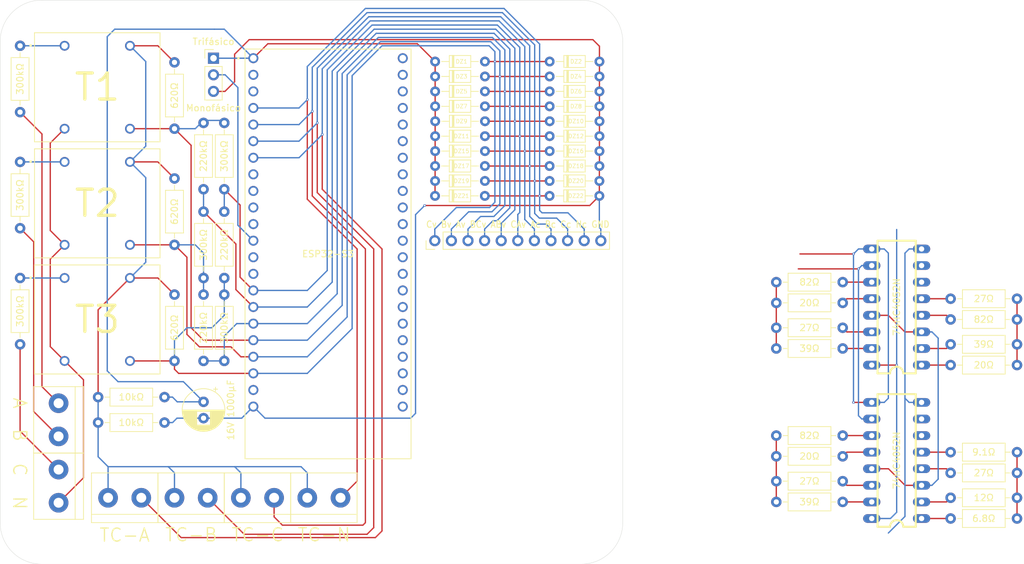
<source format=kicad_pcb>
(kicad_pcb (version 20221018) (generator pcbnew)
  (layers (0 "F.Cu" signal) (31 "B.Cu" signal) (34 "B.Paste" user) (35 "F.Paste" user) (36 "B.SilkS" user "B.Silkscreen") (37 "F.SilkS" user "F.Silkscreen") (38 "B.Mask" user) (39 "F.Mask" user) (44 "Edge.Cuts" user))
  (net 0 "")
  (net 1 "A Vwave")
  (net 2 "B Vwave")
  (net 3 "C Vwave")
  (net 4 "AB Vwave")
  (net 5 "CA Vwave")
  (net 6 "BC Vwave")
  (net 7 "Line B")
  (net 8 "Line A")
  (net 9 "Neutral")
  (net 10 "Line C")
  (net 11 "Net-(R3-Pad1)")
  (net 12 "Net-(R4-Pad1)")
  (net 13 "Net-(R5-Pad1)")
  (net 14 "Vcc")
  (net 15 "GND")
  (net 16 "A Cwave")
  (net 17 "B Cwave")
  (net 18 "C Cwave")
  (net 19 "N Cwave")
  (net 20 "Net-(U1-X0)")
  (net 21 "Net-(U1-Y0)")
  (net 22 "Net-(U2-X0)")
  (net 23 "Net-(U2-Y0)")
  (net 24 "Net-(U1-X1)")
  (net 25 "Net-(U1-Y1)")
  (net 26 "Net-(U2-X1)")
  (net 27 "Net-(U2-Y1)")
  (net 28 "Net-(U1-X2)")
  (net 29 "Net-(U1-Y2)")
  (net 30 "Net-(U2-X2)")
  (net 31 "Net-(U2-Y2)")
  (net 32 "Net-(U1-X3)")
  (net 33 "Net-(U1-Y3)")
  (net 34 "Net-(U2-X3)")
  (net 35 "Net-(U2-Y3)")
  (net 38 "Select C-B")
  (net 39 "Select C-A")
  (net 65 "System Type")
  (net 72 "TC A-2")
  (footprint "Resistor_THT:R_Axial_DIN0207_L6.3mm_D2.5mm_P10.16mm_Horizontal" (layer "F.Cu") (at 177.165 80.01 180)
    (fp_text reference "R20" hide)
    (fp_text value "27Ω" hide)
  )
  (footprint "Resistor_THT:R_Axial_DIN0207_L6.3mm_D2.5mm_P10.16mm_Horizontal" (layer "F.Cu") (at 177.165 83.185 180)
    (fp_text reference "R28" hide)
    (fp_text value "82Ω" hide)
  )
  (footprint "TerminalBlock:TerminalBlock_bornier-2_P5.08mm" (layer "F.Cu") (at 58.42 110.49)
    (fp_text reference "J5" hide)
    (fp_text value "KF301-2P" hide)
  )
  (footprint "Connector_PinHeader_2.54mm:PinHeader_1x11_P2.54mm_Vertical" (layer "F.Cu") (at 88.0872 71.12 90)
    (fp_text reference "P1" hide)
    (fp_text value "Pin Header 2.54mm 01x11" hide)
  )
  (footprint "Resistor_THT:R_Axial_DIN0207_L6.3mm_D2.5mm_P10.16mm_Horizontal" (layer "F.Cu") (at 52.705 76.835 90)
    (fp_text reference "R10" hide)
    (fp_text value "300kΩ" hide)
  )
  (footprint "Resistor_THT:R_Axial_DIN0207_L6.3mm_D2.5mm_P10.16mm_Horizontal" (layer "F.Cu") (at 24.638 76.835 -90)
    (fp_text reference "R5" hide)
    (fp_text value "300kΩ" hide)
  )
  (footprint "Diode_THT:D_DO-34_SOD68_P7.62mm_Horizontal" (layer "F.Cu") (at 88.138 48.26)
    (fp_text reference "DZ5" hide)
    (fp_text value "3.3V" hide)
  )
  (footprint "SnapEDA Library:XFMR_ZMPT101B" (layer "F.Cu") (at 36.449 47.625)
    (fp_text reference "T1")
    (fp_text value "ZMPT101B" hide)
  )
  (footprint "Resistor_THT:R_Axial_DIN0207_L6.3mm_D2.5mm_P10.16mm_Horizontal" (layer "F.Cu") (at 48.26 89.535 90)
    (fp_text reference "R8" hide)
    (fp_text value "620Ω" hide)
  )
  (footprint "SnapEDA Library:DIL16" (layer "F.Cu") (at 158.75 104.775 90)
    (property "VALUE" "74HC4052N")
    (fp_text reference "U2" hide)
    (fp_text value "74HC4052N")
  )
  (footprint "Resistor_THT:R_Axial_DIN0207_L6.3mm_D2.5mm_P10.16mm_Horizontal" (layer "F.Cu") (at 177.165 113.665 180)
    (fp_text reference "R18" hide)
    (fp_text value "6.8Ω" hide)
  )
  (footprint "Resistor_THT:R_Axial_DIN0207_L6.3mm_D2.5mm_P10.16mm_Horizontal" (layer "F.Cu") (at 140.335 111.125)
    (fp_text reference "R25" hide)
    (fp_text value "39Ω" hide)
  )
  (footprint "SnapEDA Library:DIL16" (layer "F.Cu") (at 158.75 81.28 90)
    (property "VALUE" "74HC4052N")
    (fp_text reference "U1" hide)
    (fp_text value "74HC4052N")
  )
  (footprint "Diode_THT:D_DO-34_SOD68_P7.62mm_Horizontal" (layer "F.Cu") (at 88.143 57.404)
    (fp_text reference "DZ15" hide)
    (fp_text value "3.3V" hide)
  )
  (footprint "Diode_THT:D_DO-34_SOD68_P7.62mm_Horizontal" (layer "F.Cu") (at 105.649 61.976)
    (fp_text reference "DZ20" hide)
    (fp_text value "3.3V" hide)
  )
  (footprint "Diode_THT:D_DO-34_SOD68_P7.62mm_Horizontal" (layer "F.Cu") (at 88.148 52.832)
    (fp_text reference "DZ9" hide)
    (fp_text value "3.3V" hide)
  )
  (footprint "Resistor_THT:R_Axial_DIN0207_L6.3mm_D2.5mm_P10.16mm_Horizontal" (layer "F.Cu") (at 140.335 84.455)
    (fp_text reference "R19" hide)
    (fp_text value "27Ω" hide)
  )
  (footprint "Diode_THT:D_DO-34_SOD68_P7.62mm_Horizontal" (layer "F.Cu") (at 88.138 43.688)
    (fp_text reference "DZ1" hide)
    (fp_text value "3.3V" hide)
  )
  (footprint "Resistor_THT:R_Axial_DIN0207_L6.3mm_D2.5mm_P10.16mm_Horizontal" (layer "F.Cu") (at 52.705 89.535 90)
    (fp_text reference "R11" hide)
    (fp_text value "220kΩ" hide)
  )
  (footprint "Capacitor_THT:CP_Radial_D6.3mm_P2.50mm" (layer "F.Cu") (at 52.705 95.798 -90)
    (fp_text reference "C1" hide)
    (fp_text value "16V 1000µF" hide)
  )
  (footprint "Diode_THT:D_DO-34_SOD68_P7.62mm_Horizontal" (layer "F.Cu") (at 105.664 52.832)
    (fp_text reference "DZ10" hide)
    (fp_text value "3.3V" hide)
  )
  (footprint "Resistor_THT:R_Axial_DIN0207_L6.3mm_D2.5mm_P10.16mm_Horizontal" (layer "F.Cu") (at 46.736 95.075379 180)
    (fp_text reference "R1" hide)
    (fp_text value "10kΩ" hide)
  )
  (footprint "Resistor_THT:R_Axial_DIN0207_L6.3mm_D2.5mm_P10.16mm_Horizontal" (layer "F.Cu") (at 177.165 103.505 180)
    (fp_text reference "R22" hide)
    (fp_text value "9.1Ω" hide)
  )
  (footprint "TerminalBlock:TerminalBlock_bornier-2_P5.08mm" (layer "F.Cu") (at 30.527 111.252 90)
    (fp_text reference "J2" hide)
    (fp_text value "KF301-2P" hide)
  )
  (footprint "Resistor_THT:R_Axial_DIN0207_L6.3mm_D2.5mm_P10.16mm_Horizontal" (layer "F.Cu") (at 36.576 98.972999)
    (fp_text reference "R2" hide)
    (fp_text value "10kΩ" hide)
  )
  (footprint "Diode_THT:D_DO-34_SOD68_P7.62mm_Horizontal" (layer "F.Cu") (at 105.659 57.404)
    (fp_text reference "DZ16" hide)
    (fp_text value "3.3V" hide)
  )
  (footprint "Resistor_THT:R_Axial_DIN0207_L6.3mm_D2.5mm_P10.16mm_Horizontal" (layer "F.Cu") (at 52.705 63.246 90)
    (fp_text reference "R9" hide)
    (fp_text value "220kΩ" hide)
  )
  (footprint "Diode_THT:D_DO-34_SOD68_P7.62mm_Horizontal" (layer "F.Cu") (at 88.138 45.974)
    (fp_text reference "DZ3" hide)
    (fp_text value "3.3V" hide)
  )
  (footprint "SnapEDA Library:XFMR_ZMPT101B" (layer "F.Cu") (at 36.449 65.405)
    (fp_text reference "T2")
    (fp_text value "ZMPT101B" hide)
  )
  (footprint "Diode_THT:D_DO-34_SOD68_P7.62mm_Horizontal" (layer "F.Cu") (at 88.133 61.976)
    (fp_text reference "DZ19" hide)
    (fp_text value "3.3V" hide)
  )
  (footprint "Connector_PinHeader_2.54mm:PinHeader_1x03_P2.54mm_Vertical" (layer "F.Cu") (at 54.229 43.18)
    (fp_text reference "SW1" hide)
    (fp_text value "SW_DPDT_x2" hide)
  )
  (footprint "Diode_THT:D_DO-34_SOD68_P7.62mm_Horizontal" (layer "F.Cu") (at 105.659 50.546)
    (fp_text reference "DZ8" hide)
    (fp_text value "3.3V" hide)
  )
  (footprint "Diode_THT:D_DO-34_SOD68_P7.62mm_Horizontal" (layer "F.Cu") (at 105.644 64.262)
    (fp_text reference "DZ22" hide)
    (fp_text value "3.3V" hide)
  )
  (footprint "Resistor_THT:R_Axial_DIN0207_L6.3mm_D2.5mm_P10.16mm_Horizontal" (layer "F.Cu") (at 140.335 104.14)
    (fp_text reference "R17" hide)
    (fp_text value "20Ω" hide)
  )
  (footprint "Diode_THT:D_DO-34_SOD68_P7.62mm_Horizontal" (layer "F.Cu") (at 88.123 64.262)
    (fp_text reference "DZ21" hide)
    (fp_text value "3.3V" hide)
  )
  (footprint "TerminalBlock:TerminalBlock_bornier-2_P5.08mm" (layer "F.Cu") (at 38.1 110.49)
    (fp_text reference "J3" hide)
    (fp_text value "KF301-2P" hide)
  )
  (footprint "Resistor_THT:R_Axial_DIN0207_L6.3mm_D2.5mm_P10.16mm_Horizontal" (layer "F.Cu") (at 140.335 100.965)
    (fp_text reference "R29" hide)
    (fp_text value "82Ω" hide)
  )
  (footprint "Resistor_THT:R_Axial_DIN0207_L6.3mm_D2.5mm_P10.16mm_Horizontal" (layer "F.Cu") (at 177.165 86.995 180)
    (fp_text reference "R24" hide)
    (fp_text value "39Ω" hide)
  )
  (footprint "Resistor_THT:R_Axial_DIN0207_L6.3mm_D2.5mm_P10.16mm_Horizontal" (layer "F.Cu") (at 24.638 41.275 -90)
    (fp_text reference "R3" hide)
    (fp_text value "300kΩ" hide)
  )
  (footprint "Diode_THT:D_DO-34_SOD68_P7.62mm_Horizontal" (layer "F.Cu") (at 88.138 55.118)
    (fp_text reference "DZ11" hide)
    (fp_text value "3.3V" hide)
  )
  (footprint "Diode_THT:D_DO-34_SOD68_P7.62mm_Horizontal" (layer "F.Cu") (at 88.138 50.546)
    (fp_text reference "DZ7" hide)
    (fp_text value "3.3V" hide)
  )
  (footprint "TerminalBlock:TerminalBlock_bornier-2_P5.08mm" (layer "F.Cu") (at 68.58 110.49)
    (fp_text reference "J6" hide)
    (fp_text value "KF301-2P" hide)
  )
  (footprint "Resistor_THT:R_Axial_DIN0207_L6.3mm_D2.5mm_P10.16mm_Horizontal" (layer "F.Cu") (at 48.26 71.755 90)
    (fp_text reference "R7" hide)
    (fp_text value "620Ω" hide)
  )
  (footprint "Resistor_THT:R_Axial_DIN0207_L6.3mm_D2.5mm_P10.16mm_Horizontal" (layer "F.Cu") (at 140.335 87.63)
    (fp_text reference "R23" hide)
    (fp_text value "39Ω" hide)
  )
  (footprint "Resistor_THT:R_Axial_DIN0207_L6.3mm_D2.5mm_P10.16mm_Horizontal" (layer "F.Cu") (at 55.88 79.375 -90)
    (fp_text reference "R12" hide)
    (fp_text value "300kΩ" hide)
  )
  (footprint "Diode_THT:D_DO-34_SOD68_P7.62mm_Horizontal" (layer "F.Cu") (at 105.659 48.26)
    (fp_text reference "DZ6" hide)
    (fp_text value "3.3V" hide)
  )
  (footprint "Diode_THT:D_DO-34_SOD68_P7.62mm_Horizontal" (layer "F.Cu") (at 105.659 45.974)
    (fp_text reference "DZ4" hide)
    (fp_text value "3.3V" hide)
  )
  (footprint "Resistor_THT:R_Axial_DIN0207_L6.3mm_D2.5mm_P10.16mm_Horizontal" (layer "F.Cu") (at 177.165 90.17 180)
    (fp_text reference "R16" hide)
    (fp_text value "20Ω" hide)
  )
  (footprint "Resistor_THT:R_Axial_DIN0207_L6.3mm_D2.5mm_P10.16mm_Horizontal" (layer "F.Cu") (at 140.335 80.645)
    (fp_text reference "R15" hide)
    (fp_text value "20Ω" hide)
  )
  (footprint "Resistor_THT:R_Axial_DIN0207_L6.3mm_D2.5mm_P10.16mm_Horizontal" (layer "F.Cu") (at 55.88 66.675 -90)
    (fp_text reference "R13" hide)
    (fp_text value "220kΩ" hide)
  )
  (footprint "Resistor_THT:R_Axial_DIN0207_L6.3mm_D2.5mm_P10.16mm_Horizontal" (layer "F.Cu") (at 24.638 59.055 -90)
    (fp_text reference "R4" hide)
    (fp_text value "300kΩ" hide)
  )
  (footprint "Resistor_THT:R_Axial_DIN0207_L6.3mm_D2.5mm_P10.16mm_Horizontal" (layer "F.Cu") (at 55.88 53.086 -90)
    (fp_text reference "R14" hide)
    (fp_text value "300kΩ" hide)
  )
  (footprint "TerminalBlock:TerminalBlock_bornier-2_P5.08mm" (layer "F.Cu") (at 30.527 101.092 90)
    (fp_text reference "J1" hide)
    (fp_text value "KF301-2P" hide)
  )
  (footprint "Diode_THT:D_DO-34_SOD68_P7.62mm_Horizontal" (layer "F.Cu") (at 105.649 59.69)
    (fp_text reference "DZ18" hide)
    (fp_text value "3.3V" hide)
  )
  (footprint "Diode_THT:D_DO-34_SOD68_P7.62mm_Horizontal" (layer "F.Cu") (at 105.659 55.118)
    (fp_text reference "DZ12" hide)
    (fp_text value "3.3V" hide)
  )
  (footprint "Diode_THT:D_DO-34_SOD68_P7.62mm_Horizontal" (layer "F.Cu") (at 105.659 43.688)
    (fp_text reference "DZ2" hide)
    (fp_text value "3.3V" hide)
  )
  (footprint "SnapEDA Library:XCVR_ESP32-S3-DEVKITC-1U-N8R2" (layer "F.Cu") (at 71.755 73.15)
    (fp_text reference "MCU1" hide)
    (fp_text value "ESP32-S3-DEVKITC-1U-N8R2" hide)
  )
  (footprint "TerminalBlock:TerminalBlock_bornier-2_P5.08mm" (layer "F.Cu") (at 48.26 110.49)
    (fp_text reference "J4" hide)
    (fp_text value "KF301-2P" hide)
  )
  (footprint "SnapEDA Library:XFMR_ZMPT101B" (layer "F.Cu") (at 36.449 83.185)
    (fp_text reference "T3")
    (fp_text value "ZMPT101B" hide)
  )
  (footprint "Diode_THT:D_DO-34_SOD68_P7.62mm_Horizontal" (layer "F.Cu") (at 88.133 59.69)
    (fp_text reference "DZ17" hide)
    (fp_text value "3.3V" hide)
  )
  (footprint "Resistor_THT:R_Axial_DIN0207_L6.3mm_D2.5mm_P10.16mm_Horizontal" (layer "F.Cu") (at 177.165 110.49 180)
    (fp_text reference "R26" hide)
    (fp_text value "12Ω" hide)
  )
  (footprint "Resistor_THT:R_Axial_DIN0207_L6.3mm_D2.5mm_P10.16mm_Horizontal" (layer "F.Cu") (at 140.335 77.47)
    (fp_text reference "R27" hide)
    (fp_text value "82Ω" hide)
  )
  (footprint "Resistor_THT:R_Axial_DIN0207_L6.3mm_D2.5mm_P10.16mm_Horizontal" (layer "F.Cu") (at 177.165 106.68 180)
    (fp_text reference "R30" hide)
    (fp_text value "27Ω" hide)
  )
  (footprint "Resistor_THT:R_Axial_DIN0207_L6.3mm_D2.5mm_P10.16mm_Horizontal" (layer "F.Cu") (at 48.26 53.975 90)
    (fp_text reference "R6" hide)
    (fp_text value "620Ω" hide)
  )
  (footprint "Resistor_THT:R_Axial_DIN0207_L6.3mm_D2.5mm_P10.16mm_Horizontal" (layer "F.Cu") (at 140.335 107.95)
    (fp_text reference "R21" hide)
    (fp_text value "27Ω" hide)
  )
  (gr_line (start 27.94 34.289998) (end 110.49 34.29) (stroke (width 0.05)) (layer "Edge.Cuts"))
  (gr_arc (start 27.94 120.650028) (mid 23.449862 118.790158) (end 21.59 114.300028) (stroke (width 0.05)) (layer "Edge.Cuts"))
  (gr_arc (start 21.59 40.639998) (mid 23.449873 36.149871) (end 27.94 34.289998) (stroke (width 0.05)) (layer "Edge.Cuts"))
  (gr_line (start 21.59 114.300028) (end 21.59 40.639998) (stroke (width 0.05)) (layer "Edge.Cuts"))
  (gr_line (start 116.84 114.300015) (end 116.84 40.639985) (stroke (width 0.05)) (layer "Edge.Cuts"))
  (gr_line (start 27.94 120.650028) (end 110.49 120.65003) (stroke (width 0.05)) (layer "Edge.Cuts"))
  (gr_arc (start 110.49 34.29) (mid 114.980128 36.149872) (end 116.84 40.64) (stroke (width 0.05)) (layer "Edge.Cuts"))
  (gr_arc (start 116.839997 114.299997) (mid 114.980126 118.790126) (end 110.489997 120.649997) (stroke (width 0.05)) (layer "Edge.Cuts"))
  (gr_text "A  B" (at 23.415 94.996 -90) (layer "F.SilkS") (effects (font (size 2 2) (thickness 0.2)) (justify left bottom)))
  (gr_text "C  N\n" (at 23.415 105.029 -90) (layer "F.SilkS") (effects (font (size 2 2) (thickness 0.2)) (justify left bottom)))
  (segment (start 98.806 48.26) (end 105.659 48.26) (width 0.2) (layer "F.Cu") (net 1))
  (segment (start 50.8 56.515) (end 50.8 84.455) (width 0.2) (layer "F.Cu") (net 1))
  (segment (start 52.705 86.36) (end 60.325 86.36) (width 0.2) (layer "F.Cu") (net 1))
  (segment (start 48.26 53.975) (end 50.8 56.515) (width 0.2) (layer "F.Cu") (net 1))
  (segment (start 95.758 48.26) (end 98.806 48.26) (width 0.2) (layer "F.Cu") (net 1))
  (segment (start 48.26 53.975) (end 41.449 53.975) (width 0.2) (layer "F.Cu") (net 1))
  (segment (start 50.8 84.455) (end 52.705 86.36) (width 0.2) (layer "F.Cu") (net 1))
  (via (at 98.806 48.26) (size 0.4) (drill 0.2) (layers "F.Cu" "B.Cu") (net 1))
  (segment (start 98.806 48.26) (end 98.806 41.91) (width 0.2) (layer "B.Cu") (net 1))
  (segment (start 97.1296 67.4116) (end 95.0976 67.4116) (width 0.2) (layer "B.Cu") (net 1))
  (segment (start 79.444315 40.005) (end 73.914 45.535315) (width 0.2) (layer "B.Cu") (net 1))
  (segment (start 98.806 41.91) (end 96.901 40.005) (width 0.2) (layer "B.Cu") (net 1))
  (segment (start 55.88 52.705) (end 52.705 52.705) (width 0.2) (layer "B.Cu") (net 1))
  (segment (start 68.58 86.36) (end 60.325 86.36) (width 0.2) (layer "B.Cu") (net 1))
  (segment (start 73.914 45.535315) (end 73.914 81.026) (width 0.2) (layer "B.Cu") (net 1))
  (segment (start 51.435 53.975) (end 52.705 52.705) (width 0.2) (layer "B.Cu") (net 1))
  (segment (start 73.914 81.026) (end 68.58 86.36) (width 0.2) (layer "B.Cu") (net 1))
  (segment (start 98.806 65.7352) (end 97.1296 67.4116) (width 0.2) (layer "B.Cu") (net 1))
  (segment (start 93.1672 69.342) (end 93.1672 71.12) (width 0.2) (layer "B.Cu") (net 1))
  (segment (start 96.901 40.005) (end 79.444315 40.005) (width 0.2) (layer "B.Cu") (net 1))
  (segment (start 95.0976 67.4116) (end 93.1672 69.342) (width 0.2) (layer "B.Cu") (net 1))
  (segment (start 48.26 53.975) (end 51.435 53.975) (width 0.2) (layer "B.Cu") (net 1))
  (segment (start 98.806 48.26) (end 98.806 65.7352) (width 0.2) (layer "B.Cu") (net 1))
  (segment (start 56.896 87.376) (end 58.42 88.9) (width 0.2) (layer "F.Cu") (net 2))
  (segment (start 98.044 45.974) (end 105.659 45.974) (width 0.2) (layer "F.Cu") (net 2))
  (segment (start 41.449 71.755) (end 48.26 71.755) (width 0.2) (layer "F.Cu") (net 2))
  (segment (start 52.07 87.376) (end 56.896 87.376) (width 0.2) (layer "F.Cu") (net 2))
  (segment (start 48.26 71.755) (end 50.165 73.66) (width 0.2) (layer "F.Cu") (net 2))
  (segment (start 95.758 45.974) (end 98.044 45.974) (width 0.2) (layer "F.Cu") (net 2))
  (segment (start 50.165 73.66) (end 50.165 85.471) (width 0.2) (layer "F.Cu") (net 2))
  (segment (start 58.42 88.9) (end 60.325 88.9) (width 0.2) (layer "F.Cu") (net 2))
  (segment (start 50.165 85.471) (end 52.07 87.376) (width 0.2) (layer "F.Cu") (net 2))
  (via (at 98.044 45.974) (size 0.4) (drill 0.2) (layers "F.Cu" "B.Cu") (net 2))
  (segment (start 48.26 71.755) (end 51.435 71.755) (width 0.2) (layer "B.Cu") (net 2))
  (segment (start 98.044 45.974) (end 98.044 42.037) (width 0.2) (layer "B.Cu") (net 2))
  (segment (start 90.6272 69.342) (end 90.6272 71.12) (width 0.2) (layer "B.Cu") (net 2))
  (segment (start 96.8248 66.7004) (end 93.2688 66.7004) (width 0.2) (layer "B.Cu") (net 2))
  (segment (start 52.705 73.025) (end 52.705 76.835) (width 0.2) (layer "B.Cu") (net 2))
  (segment (start 98.044 65.4812) (end 96.8248 66.7004) (width 0.2) (layer "B.Cu") (net 2))
  (segment (start 51.435 71.755) (end 52.705 73.025) (width 0.2) (layer "B.Cu") (net 2))
  (segment (start 74.676 45.72) (end 74.676 82.804) (width 0.2) (layer "B.Cu") (net 2))
  (segment (start 98.044 45.974) (end 98.044 65.4812) (width 0.2) (layer "B.Cu") (net 2))
  (segment (start 68.58 88.9) (end 60.325 88.9) (width 0.2) (layer "B.Cu") (net 2))
  (segment (start 52.705 76.835) (end 52.705 79.375) (width 0.2) (layer "B.Cu") (net 2))
  (segment (start 74.676 82.804) (end 68.58 88.9) (width 0.2) (layer "B.Cu") (net 2))
  (segment (start 96.647 40.64) (end 79.756 40.64) (width 0.2) (layer "B.Cu") (net 2))
  (segment (start 79.756 40.64) (end 74.676 45.72) (width 0.2) (layer "B.Cu") (net 2))
  (segment (start 98.044 42.037) (end 96.647 40.64) (width 0.2) (layer "B.Cu") (net 2))
  (segment (start 93.2688 66.7004) (end 90.6272 69.342) (width 0.2) (layer "B.Cu") (net 2))
  (segment (start 95.758 43.688) (end 97.282 43.688) (width 0.2) (layer "F.Cu") (net 3))
  (segment (start 97.282 43.688) (end 105.659 43.688) (width 0.2) (layer "F.Cu") (net 3))
  (segment (start 48.26 89.535) (end 48.26 90.805) (width 0.2) (layer "F.Cu") (net 3))
  (segment (start 41.449 89.535) (end 48.26 89.535) (width 0.2) (layer "F.Cu") (net 3))
  (segment (start 48.26 90.805) (end 48.895 91.44) (width 0.2) (layer "F.Cu") (net 3))
  (segment (start 48.895 91.44) (end 60.325 91.44) (width 0.2) (layer "F.Cu") (net 3))
  (via (at 97.282 43.688) (size 0.4) (drill 0.2) (layers "F.Cu" "B.Cu") (net 3))
  (segment (start 88.0872 69.342) (end 88.0872 71.12) (width 0.2) (layer "B.Cu") (net 3))
  (segment (start 97.282 65.2272) (end 96.4692 66.04) (width 0.2) (layer "B.Cu") (net 3))
  (segment (start 75.438 45.847) (end 75.438 84.582) (width 0.2) (layer "B.Cu") (net 3))
  (segment (start 80.01 41.275) (end 75.438 45.847) (width 0.2) (layer "B.Cu") (net 3))
  (segment (start 48.26 89.535) (end 48.26 86.36) (width 0.2) (layer "B.Cu") (net 3))
  (segment (start 97.282 43.688) (end 97.282 65.2272) (width 0.2) (layer "B.Cu") (net 3))
  (segment (start 96.4692 66.04) (end 91.3892 66.04) (width 0.2) (layer "B.Cu") (net 3))
  (segment (start 55.88 82.55) (end 55.88 79.375) (width 0.2) (layer "B.Cu") (net 3))
  (segment (start 53.975 84.455) (end 55.88 82.55) (width 0.2) (layer "B.Cu") (net 3))
  (segment (start 97.282 43.688) (end 97.282 42.164) (width 0.2) (layer "B.Cu") (net 3))
  (segment (start 68.58 91.44) (end 60.325 91.44) (width 0.2) (layer "B.Cu") (net 3))
  (segment (start 50.165 84.455) (end 53.975 84.455) (width 0.2) (layer "B.Cu") (net 3))
  (segment (start 96.393 41.275) (end 80.01 41.275) (width 0.2) (layer "B.Cu") (net 3))
  (segment (start 55.88 79.375) (end 55.88 76.835) (width 0.2) (layer "B.Cu") (net 3))
  (segment (start 48.26 86.36) (end 50.165 84.455) (width 0.2) (layer "B.Cu") (net 3))
  (segment (start 75.438 84.582) (end 68.58 91.44) (width 0.2) (layer "B.Cu") (net 3))
  (segment (start 91.3892 66.04) (end 88.0872 69.342) (width 0.2) (layer "B.Cu") (net 3))
  (segment (start 97.282 42.164) (end 96.393 41.275) (width 0.2) (layer "B.Cu") (net 3))
  (segment (start 95.768 52.832) (end 100.335 52.832) (width 0.2) (layer "F.Cu") (net 4))
  (segment (start 52.705 66.675) (end 57.658 71.628) (width 0.2) (layer "F.Cu") (net 4))
  (segment (start 100.335 52.832) (end 105.664 52.832) (width 0.2) (layer "F.Cu") (net 4))
  (segment (start 57.658 78.613) (end 60.325 81.28) (width 0.2) (layer "F.Cu") (net 4))
  (segment (start 57.658 71.628) (end 57.658 78.613) (width 0.2) (layer "F.Cu") (net 4))
  (via (at 100.335 52.832) (size 0.4) (drill 0.2) (layers "F.Cu" "B.Cu") (net 4))
  (segment (start 98.2472 68.4784) (end 98.2472 71.12) (width 0.2) (layer "B.Cu") (net 4))
  (segment (start 100.335 41.661) (end 97.409 38.735) (width 0.2) (layer "B.Cu") (net 4))
  (segment (start 100.335 66.3906) (end 98.2472 68.4784) (width 0.2) (layer "B.Cu") (net 4))
  (segment (start 52.705 62.865) (end 52.705 66.04) (width 0.2) (layer "B.Cu") (net 4))
  (segment (start 68.58 81.28) (end 60.325 81.28) (width 0.2) (layer "B.Cu") (net 4))
  (segment (start 78.809314 38.735) (end 72.39 45.154314) (width 0.2) (layer "B.Cu") (net 4))
  (segment (start 97.409 38.735) (end 78.809314 38.735) (width 0.2) (layer "B.Cu") (net 4))
  (segment (start 100.335 52.832) (end 100.335 66.3906) (width 0.2) (layer "B.Cu") (net 4))
  (segment (start 100.335 52.832) (end 100.335 41.661) (width 0.2) (layer "B.Cu") (net 4))
  (segment (start 72.39 77.47) (end 68.58 81.28) (width 0.2) (layer "B.Cu") (net 4))
  (segment (start 72.39 45.154314) (end 72.39 77.47) (width 0.2) (layer "B.Cu") (net 4))
  (segment (start 58.293 65.659) (end 58.293 76.708) (width 0.2) (layer "F.Cu") (net 5))
  (segment (start 58.293 76.708) (end 60.325 78.74) (width 0.2) (layer "F.Cu") (net 5))
  (segment (start 55.88 63.246) (end 58.293 65.659) (width 0.2) (layer "F.Cu") (net 5))
  (segment (start 95.758 55.118) (end 101.092 55.118) (width 0.2) (layer "F.Cu") (net 5))
  (segment (start 101.092 55.118) (end 105.659 55.118) (width 0.2) (layer "F.Cu") (net 5))
  (via (at 101.092 55.118) (size 0.4) (drill 0.2) (layers "F.Cu" "B.Cu") (net 5))
  (segment (start 78.486 38.1) (end 97.663 38.1) (width 0.2) (layer "B.Cu") (net 5))
  (segment (start 71.628 44.958) (end 78.486 38.1) (width 0.2) (layer "B.Cu") (net 5))
  (segment (start 55.88 62.865) (end 55.88 66.675) (width 0.2) (layer "B.Cu") (net 5))
  (segment (start 101.092 66.802) (end 100.7872 67.1068) (width 0.2) (layer "B.Cu") (net 5))
  (segment (start 71.628 75.692) (end 71.628 44.958) (width 0.2) (layer "B.Cu") (net 5))
  (segment (start 100.7872 67.1068) (end 100.7872 71.12) (width 0.2) (layer "B.Cu") (net 5))
  (segment (start 68.58 78.74) (end 71.628 75.692) (width 0.2) (layer "B.Cu") (net 5))
  (segment (start 97.663 38.1) (end 101.092 41.529) (width 0.2) (layer "B.Cu") (net 5))
  (segment (start 101.092 55.118) (end 101.092 66.802) (width 0.2) (layer "B.Cu") (net 5))
  (segment (start 60.325 78.74) (end 68.58 78.74) (width 0.2) (layer "B.Cu") (net 5))
  (segment (start 101.092 41.529) (end 101.092 55.118) (width 0.2) (layer "B.Cu") (net 5))
  (segment (start 99.568 50.546) (end 105.659 50.546) (width 0.2) (layer "F.Cu") (net 6))
  (segment (start 95.758 50.546) (end 99.568 50.546) (width 0.2) (layer "F.Cu") (net 6))
  (via (at 99.568 50.546) (size 0.4) (drill 0.2) (layers "F.Cu" "B.Cu") (net 6))
  (segment (start 99.568 66.0908) (end 97.5868 68.072) (width 0.2) (layer "B.Cu") (net 6))
  (segment (start 60.325 83.82) (end 68.58 83.82) (width 0.2) (layer "B.Cu") (net 6))
  (segment (start 73.152 45.339) (end 79.121 39.37) (width 0.2) (layer "B.Cu") (net 6))
  (segment (start 95.7072 69.342) (end 95.7072 71.12) (width 0.2) (layer "B.Cu") (net 6))
  (segment (start 68.58 83.82) (end 73.152 79.248) (width 0.2) (layer "B.Cu") (net 6))
  (segment (start 99.568 41.783) (end 99.568 50.546) (width 0.2) (layer "B.Cu") (net 6))
  (segment (start 73.152 79.248) (end 73.152 45.339) (width 0.2) (layer "B.Cu") (net 6))
  (segment (start 79.121 39.37) (end 97.155 39.37) (width 0.2) (layer "B.Cu") (net 6))
  (segment (start 55.88 85.725) (end 57.785 83.82) (width 0.2) (layer "B.Cu") (net 6))
  (segment (start 55.88 89.535) (end 52.705 89.535) (width 0.2) (layer "B.Cu") (net 6))
  (segment (start 57.785 83.82) (end 60.325 83.82) (width 0.2) (layer "B.Cu") (net 6))
  (segment (start 55.88 89.535) (end 55.88 85.725) (width 0.2) (layer "B.Cu") (net 6))
  (segment (start 97.155 39.37) (end 99.568 41.783) (width 0.2) (layer "B.Cu") (net 6))
  (segment (start 97.5868 68.072) (end 96.9772 68.072) (width 0.2) (layer "B.Cu") (net 6))
  (segment (start 99.568 50.546) (end 99.568 66.0908) (width 0.2) (layer "B.Cu") (net 6))
  (segment (start 96.9772 68.072) (end 95.7072 69.342) (width 0.2) (layer "B.Cu") (net 6))
  (segment (start 26.717 97.282) (end 26.717 71.294) (width 0.2) (layer "F.Cu") (net 7))
  (segment (start 30.527 101.092) (end 26.717 97.282) (width 0.2) (layer "F.Cu") (net 7))
  (segment (start 26.717 71.294) (end 24.638 69.215) (width 0.2) (layer "F.Cu") (net 7))
  (segment (start 27.987 93.472) (end 27.987 54.784) (width 0.2) (layer "F.Cu") (net 8))
  (segment (start 27.987 54.784) (end 24.638 51.435) (width 0.2) (layer "F.Cu") (net 8))
  (segment (start 30.527 96.012) (end 27.987 93.472) (width 0.2) (layer "F.Cu") (net 8))
  (segment (start 29.257 56.167) (end 31.449 53.975) (width 0.2) (layer "F.Cu") (net 9))
  (segment (start 34.337 107.442) (end 34.337 92.423) (width 0.2) (layer "F.Cu") (net 9))
  (segment (start 29.257 69.563) (end 29.257 56.167) (width 0.2) (layer "F.Cu") (net 9))
  (segment (start 31.449 71.755) (end 29.257 69.563) (width 0.2) (layer "F.Cu") (net 9))
  (segment (start 31.449 89.535) (end 29.257 87.343) (width 0.2) (layer "F.Cu") (net 9))
  (segment (start 34.337 92.423) (end 31.449 89.535) (width 0.2) (layer "F.Cu") (net 9))
  (segment (start 30.527 111.252) (end 34.337 107.442) (width 0.2) (layer "F.Cu") (net 9))
  (segment (start 29.257 73.947) (end 31.449 71.755) (width 0.2) (layer "F.Cu") (net 9))
  (segment (start 29.257 87.343) (end 29.257 73.947) (width 0.2) (layer "F.Cu") (net 9))
  (segment (start 24.638 100.283) (end 24.638 86.995) (width 0.2) (layer "F.Cu") (net 10))
  (segment (start 30.527 106.172) (end 24.638 100.283) (width 0.2) (layer "F.Cu") (net 10))
  (segment (start 24.638 41.275) (end 31.449 41.275) (width 0.2) (layer "B.Cu") (net 11))
  (segment (start 24.638 59.055) (end 31.449 59.055) (width 0.2) (layer "B.Cu") (net 12))
  (segment (start 24.638 76.835) (end 31.449 76.835) (width 0.2) (layer "B.Cu") (net 13))
  (segment (start 88.138 55.118) (end 88.138 52.842) (width 0.2) (layer "F.Cu") (net 14))
  (segment (start 88.138 52.842) (end 88.148 52.832) (width 0.2) (layer "F.Cu") (net 14))
  (segment (start 88.138 45.974) (end 88.138 43.688) (width 0.2) (layer "F.Cu") (net 14))
  (segment (start 62.5348 40.9702) (end 85.4202 40.9702) (width 0.2) (layer "F.Cu") (net 14))
  (segment (start 158.7495 90.17) (end 154.94 90.17) (width 0.2) (layer "F.Cu") (net 14))
  (segment (start 88.123 64.262) (end 88.123 61.986) (width 0.2) (layer "F.Cu") (net 14))
  (segment (start 85.4202 40.9702) (end 88.138 43.688) (width 0.2) (layer "F.Cu") (net 14))
  (segment (start 88.138 48.26) (end 88.138 45.974) (width 0.2) (layer "F.Cu") (net 14))
  (segment (start 88.138 57.399) (end 88.143 57.404) (width 0.2) (layer "F.Cu") (net 14))
  (segment (start 88.123 61.986) (end 88.133 61.976) (width 0.2) (layer "F.Cu") (net 14))
  (segment (start 88.133 57.414) (end 88.143 57.404) (width 0.2) (layer "F.Cu") (net 14))
  (segment (start 158.75 90.1705) (end 158.7495 90.17) (width 0.2) (layer "F.Cu") (net 14))
  (segment (start 88.133 59.69) (end 88.133 57.414) (width 0.2) (layer "F.Cu") (net 14))
  (segment (start 88.138 55.118) (end 88.138 57.399) (width 0.2) (layer "F.Cu") (net 14))
  (segment (start 88.133 61.976) (end 88.133 59.69) (width 0.2) (layer "F.Cu") (net 14))
  (segment (start 88.148 52.832) (end 88.148 50.556) (width 0.2) (layer "F.Cu") (net 14))
  (segment (start 88.148 50.556) (end 88.138 50.546) (width 0.2) (layer "F.Cu") (net 14))
  (segment (start 60.325 43.18) (end 62.5348 40.9702) (width 0.2) (layer "F.Cu") (net 14))
  (segment (start 88.138 50.546) (end 88.138 48.26) (width 0.2) (layer "F.Cu") (net 14))
  (via (at 158.75 90.1705) (size 0.4) (drill 0.2) (layers "F.Cu" "B.Cu") (net 14))
  (segment (start 48.681 95.798) (end 52.705 95.798) (width 0.2) (layer "B.Cu") (net 14))
  (segment (start 158.75 90.1827) (end 158.75 112.7125) (width 0.2) (layer "B.Cu") (net 14))
  (segment (start 49.617 92.71) (end 52.705 95.798) (width 0.2) (layer "B.Cu") (net 14))
  (segment (start 60.325 43.18) (end 54.229 43.18) (width 0.2) (layer "B.Cu") (net 14))
  (segment (start 47.958379 95.075379) (end 48.681 95.798) (width 0.2) (layer "B.Cu") (net 14))
  (segment (start 158.75 112.7125) (end 157.7975 113.665) (width 0.2) (layer "B.Cu") (net 14))
  (segment (start 37.973 39.878) (end 37.973 91.059) (width 0.2) (layer "B.Cu") (net 14))
  (segment (start 157.7975 113.665) (end 154.94 113.665) (width 0.2) (layer "B.Cu") (net 14))
  (segment (start 46.736 95.075379) (end 47.958379 95.075379) (width 0.2) (layer "B.Cu") (net 14))
  (segment (start 55.88 38.735) (end 54.356 38.735) (width 0.2) (layer "B.Cu") (net 14))
  (segment (start 39.116 38.735) (end 37.973 39.878) (width 0.2) (layer "B.Cu") (net 14))
  (segment (start 60.325 43.18) (end 55.88 38.735) (width 0.2) (layer "B.Cu") (net 14))
  (segment (start 39.624 92.71) (end 49.617 92.71) (width 0.2) (layer "B.Cu") (net 14))
  (segment (start 37.973 91.059) (end 39.624 92.71) (width 0.2) (layer "B.Cu") (net 14))
  (segment (start 158.75 90.1705) (end 158.75 69.4055) (width 0.2) (layer "B.Cu") (net 14))
  (segment (start 54.356 38.735) (end 39.116 38.735) (width 0.2) (layer "B.Cu") (net 14))
  (segment (start 59.69 40.3352) (end 57.4548 42.5704) (width 0.2) (layer "F.Cu") (net 15))
  (segment (start 113.279 52.837) (end 113.284 52.832) (width 0.2) (layer "F.Cu") (net 15))
  (segment (start 55.9816 48.26) (end 54.229 48.26) (width 0.2) (layer "F.Cu") (net 15))
  (segment (start 113.279 57.404) (end 113.279 56.139) (width 0.2) (layer "F.Cu") (net 15))
  (segment (start 113.279 56.139) (end 113.284 56.134) (width 0.2) (layer "F.Cu") (net 15))
  (segment (start 113.279 59.68) (end 113.269 59.69) (width 0.2) (layer "F.Cu") (net 15))
  (segment (start 113.269 61.976) (end 113.269 59.69) (width 0.2) (layer "F.Cu") (net 15))
  (segment (start 113.279 50.546) (end 113.279 48.26) (width 0.2) (layer "F.Cu") (net 15))
  (segment (start 112.268 40.3352) (end 59.69 40.3352) (width 0.2) (layer "F.Cu") (net 15))
  (segment (start 113.264 64.262) (end 111.7908 65.7352) (width 0.2) (layer "F.Cu") (net 15))
  (segment (start 113.284 52.832) (end 113.284 50.551) (width 0.2) (layer "F.Cu") (net 15))
  (segment (start 113.279 45.974) (end 113.279 43.688) (width 0.2) (layer "F.Cu") (net 15))
  (segment (start 111.7908 65.7352) (end 86.5378 65.7352) (width 0.2) (layer "F.Cu") (net 15))
  (segment (start 113.264 61.981) (end 113.269 61.976) (width 0.2) (layer "F.Cu") (net 15))
  (segment (start 113.284 56.134) (end 113.279 56.129) (width 0.2) (layer "F.Cu") (net 15))
  (segment (start 57.4548 46.7868) (end 55.9816 48.26) (width 0.2) (layer "F.Cu") (net 15))
  (segment (start 113.264 64.262) (end 113.264 61.981) (width 0.2) (layer "F.Cu") (net 15))
  (segment (start 113.279 48.26) (end 113.279 45.974) (width 0.2) (layer "F.Cu") (net 15))
  (segment (start 57.4548 42.5704) (end 57.4548 46.7868) (width 0.2) (layer "F.Cu") (net 15))
  (segment (start 113.279 41.3462) (end 112.268 40.3352) (width 0.2) (layer "F.Cu") (net 15))
  (segment (start 113.279 56.129) (end 113.279 55.118) (width 0.2) (layer "F.Cu") (net 15))
  (segment (start 113.284 50.551) (end 113.279 50.546) (width 0.2) (layer "F.Cu") (net 15))
  (segment (start 113.279 43.688) (end 113.279 41.3462) (width 0.2) (layer "F.Cu") (net 15))
  (segment (start 113.279 55.118) (end 113.279 52.837) (width 0.2) (layer "F.Cu") (net 15))
  (segment (start 113.279 57.404) (end 113.279 59.68) (width 0.2) (layer "F.Cu") (net 15))
  (via (at 86.5378 65.7352) (size 0.4) (drill 0.2) (layers "F.Cu" "B.Cu") (net 15))
  (segment (start 86.5378 65.7352) (end 85.1408 67.1322) (width 0.2) (layer "B.Cu") (net 15))
  (segment (start 160.02 95.25) (end 160.02 113.3475) (width 0.2) (layer "B.Cu") (net 15))
  (segment (start 46.736 98.972999) (end 47.966001 98.972999) (width 0.2) (layer "B.Cu") (net 15))
  (segment (start 52.705 98.298) (end 58.547 98.298) (width 0.2) (layer "B.Cu") (net 15))
  (segment (start 62.103 98.298) (end 60.325 96.52) (width 0.2) (layer "B.Cu") (net 15))
  (segment (start 58.547 98.298) (end 60.325 96.52) (width 0.2) (layer "B.Cu") (net 15))
  (segment (start 160.02 95.25) (end 160.655 95.885) (width 0.2) (layer "B.Cu") (net 15))
  (segment (start 47.966001 98.972999) (end 48.641 98.298) (width 0.2) (layer "B.Cu") (net 15))
  (segment (start 160.02 113.3475) (end 157.48 115.8875) (width 0.2) (layer "B.Cu") (net 15))
  (segment (start 160.655 95.885) (end 162.56 95.885) (width 0.2) (layer "B.Cu") (net 15))
  (segment (start 160.655 72.39) (end 160.02 73.025) (width 0.2) (layer "B.Cu") (net 15))
  (segment (start 162.56 72.39) (end 160.655 72.39) (width 0.2) (layer "B.Cu") (net 15))
  (segment (start 113.264 64.262) (end 113.264 69.1188) (width 0.2) (layer "B.Cu") (net 15))
  (segment (start 84.4042 98.298) (end 62.103 98.298) (width 0.2) (layer "B.Cu") (net 15))
  (segment (start 113.264 69.1188) (end 113.4872 69.342) (width 0.2) (layer "B.Cu") (net 15))
  (segment (start 85.1408 67.1322) (end 85.1408 97.5614) (width 0.2) (layer "B.Cu") (net 15))
  (segment (start 48.641 98.298) (end 52.705 98.298) (width 0.2) (layer "B.Cu") (net 15))
  (segment (start 85.1408 97.5614) (end 84.4042 98.298) (width 0.2) (layer "B.Cu") (net 15))
  (segment (start 160.02 73.025) (end 160.02 95.25) (width 0.2) (layer "B.Cu") (net 15))
  (segment (start 113.4872 69.342) (end 113.4872 71.12) (width 0.2) (layer "B.Cu") (net 15))
  (segment (start 80.01 115.57) (end 80.01 72.39) (width 0.2) (layer "F.Cu") (net 16))
  (segment (start 80.01 72.39) (end 70.866 63.246) (width 0.2) (layer "F.Cu") (net 16))
  (segment (start 140.335 80.645) (end 140.335 84.455) (width 0.2) (layer "F.Cu") (net 16))
  (segment (start 105.659 57.404) (end 101.854 57.404) (width 0.2) (layer "F.Cu") (net 16))
  (segment (start 140.335 84.455) (end 140.335 87.63) (width 0.2) (layer "F.Cu") (net 16))
  (segment (start 140.335 77.47) (end 140.335 80.645) (width 0.2) (layer "F.Cu") (net 16))
  (segment (start 70.866 63.246) (end 70.866 54.864) (width 0.2) (layer "F.Cu") (net 16))
  (segment (start 49.276 116.586) (end 78.994 116.586) (width 0.2) (layer "F.Cu") (net 16))
  (segment (start 43.18 110.49) (end 49.276 116.586) (width 0.2) (layer "F.Cu") (net 16))
  (segment (start 95.763 57.404) (end 101.854 57.404) (width 0.2) (layer "F.Cu") (net 16))
  (segment (start 78.994 116.586) (end 80.01 115.57) (width 0.2) (layer "F.Cu") (net 16))
  (via (at 70.866 54.864) (size 0.4) (drill 0.2) (layers "F.Cu" "B.Cu") (net 16))
  (via (at 101.854 57.404) (size 0.4) (drill 0.2) (layers "F.Cu" "B.Cu") (net 16))
  (segment (start 78.203157 37.465) (end 70.866 44.802157) (width 0.2) (layer "B.Cu") (net 16))
  (segment (start 101.854 57.404) (end 101.854 67.8688) (width 0.2) (layer "B.Cu") (net 16))
  (segment (start 97.917 37.465) (end 78.203157 37.465) (width 0.2) (layer "B.Cu") (net 16))
  (segment (start 67.31 58.42) (end 60.325 58.42) (width 0.2) (layer "B.Cu") (net 16))
  (segment (start 101.854 67.8688) (end 103.3272 69.342) (width 0.2) (layer "B.Cu") (net 16))
  (segment (start 101.854 57.404) (end 101.854 41.402) (width 0.2) (layer "B.Cu") (net 16))
  (segment (start 101.854 41.402) (end 97.917 37.465) (width 0.2) (layer "B.Cu") (net 16))
  (segment (start 70.866 54.864) (end 67.31 58.42) (width 0.2) (layer "B.Cu") (net 16))
  (segment (start 70.866 44.802157) (end 70.866 54.864) (width 0.2) (layer "B.Cu") (net 16))
  (segment (start 103.3272 69.342) (end 103.3272 71.12) (width 0.2) (layer "B.Cu") (net 16))
  (segment (start 70.104 63.754) (end 70.104 53.086) (width 0.2) (layer "F.Cu") (net 17))
  (segment (start 77.724 116.078) (end 78.74 115.062) (width 0.2) (layer "F.Cu") (net 17))
  (segment (start 177.165 86.995) (end 177.165 90.17) (width 0.2) (layer "F.Cu") (net 17))
  (segment (start 78.74 72.39) (end 70.104 63.754) (width 0.2) (layer "F.Cu") (net 17))
  (segment (start 102.606 59.69) (end 105.649 59.69) (width 0.2) (layer "F.Cu") (net 17))
  (segment (start 53.34 110.49) (end 58.928 116.078) (width 0.2) (layer "F.Cu") (net 17))
  (segment (start 78.74 115.062) (end 78.74 72.39) (width 0.2) (layer "F.Cu") (net 17))
  (segment (start 177.165 83.185) (end 177.165 86.995) (width 0.2) (layer "F.Cu") (net 17))
  (segment (start 95.753 59.69) (end 102.606 59.69) (width 0.2) (layer "F.Cu") (net 17))
  (segment (start 58.928 116.078) (end 77.724 116.078) (width 0.2) (layer "F.Cu") (net 17))
  (segment (start 177.165 80.01) (end 177.165 83.185) (width 0.2) (layer "F.Cu") (net 17))
  (via (at 70.104 53.086) (size 0.4) (drill 0.2) (layers "F.Cu" "B.Cu") (net 17))
  (via (at 102.606 59.69) (size 0.4) (drill 0.2) (layers "F.Cu" "B.Cu") (net 17))
  (segment (start 67.31 55.88) (end 60.325 55.88) (width 0.2) (layer "B.Cu") (net 17))
  (segment (start 70.104 44.704) (end 70.104 53.086) (width 0.2) (layer "B.Cu") (net 17))
  (segment (start 102.606 59.69) (end 102.606 67.4016) (width 0.2) (layer "B.Cu") (net 17))
  (segment (start 98.171 36.83) (end 77.978 36.83) (width 0.2) (layer "B.Cu") (net 17))
  (segment (start 70.104 53.086) (end 67.31 55.88) (width 0.2) (layer "B.Cu") (net 17))
  (segment (start 105.8672 69.342) (end 105.8672 71.12) (width 0.2) (layer "B.Cu") (net 17))
  (segment (start 103.7844 68.58) (end 105.1052 68.58) (width 0.2) (layer "B.Cu") (net 17))
  (segment (start 102.606 67.4016) (end 103.7844 68.58) (width 0.2) (layer "B.Cu") (net 17))
  (segment (start 102.606 41.265) (end 98.171 36.83) (width 0.2) (layer "B.Cu") (net 17))
  (segment (start 77.978 36.83) (end 70.104 44.704) (width 0.2) (layer "B.Cu") (net 17))
  (segment (start 102.606 59.69) (end 102.606 41.265) (width 0.2) (layer "B.Cu") (net 17))
  (segment (start 105.1052 68.58) (end 105.8672 69.342) (width 0.2) (layer "B.Cu") (net 17))
  (segment (start 140.335 104.14) (end 140.335 107.95) (width 0.2) (layer "F.Cu") (net 18))
  (segment (start 77.47 114.3) (end 77.47 72.39) (width 0.2) (layer "F.Cu") (net 18))
  (segment (start 103.368 61.976) (end 105.649 61.976) (width 0.2) (layer "F.Cu") (net 18))
  (segment (start 63.5 113.411) (end 64.77 114.681) (width 0.2) (layer "F.Cu") (net 18))
  (segment (start 77.47 72.39) (end 69.342 64.262) (width 0.2) (layer "F.Cu") (net 18))
  (segment (start 63.5 110.49) (end 63.5 113.411) (width 0.2) (layer "F.Cu") (net 18))
  (segment (start 103.368 61.976) (end 95.753 61.976) (width 0.2) (layer "F.Cu") (net 18))
  (segment (start 140.335 107.95) (end 140.335 111.125) (width 0.2) (layer "F.Cu") (net 18))
  (segment (start 140.335 100.965) (end 140.335 104.14) (width 0.2) (layer "F.Cu") (net 18))
  (segment (start 69.342 64.262) (end 69.342 51.308) (width 0.2) (layer "F.Cu") (net 18))
  (segment (start 77.089 114.681) (end 77.47 114.3) (width 0.2) (layer "F.Cu") (net 18))
  (segment (start 64.77 114.681) (end 77.089 114.681) (width 0.2) (layer "F.Cu") (net 18))
  (via (at 69.342 51.308) (size 0.4) (drill 0.2) (layers "F.Cu" "B.Cu") (net 18))
  (via (at 103.368 61.976) (size 0.4) (drill 0.2) (layers "F.Cu" "B.Cu") (net 18))
  (segment (start 77.724 36.195) (end 69.342 44.577) (width 0.2) (layer "B.Cu") (net 18))
  (segment (start 103.368 66.9444) (end 104.0892 67.6656) (width 0.2) (layer "B.Cu") (net 18))
  (segment (start 104.0892 67.6656) (end 106.7308 67.6656) (width 0.2) (layer "B.Cu") (net 18))
  (segment (start 106.7308 67.6656) (end 108.4072 69.342) (width 0.2) (layer "B.Cu") (net 18))
  (segment (start 108.4072 69.342) (end 108.4072 71.12) (width 0.2) (layer "B.Cu") (net 18))
  (segment (start 67.31 53.34) (end 60.325 53.34) (width 0.2) (layer "B.Cu") (net 18))
  (segment (start 103.368 61.976) (end 103.368 66.9444) (width 0.2) (layer "B.Cu") (net 18))
  (segment (start 103.368 41.138) (end 98.425 36.195) (width 0.2) (layer "B.Cu") (net 18))
  (segment (start 103.368 61.976) (end 103.368 41.138) (width 0.2) (layer "B.Cu") (net 18))
  (segment (start 69.342 44.577) (end 69.342 51.308) (width 0.2) (layer "B.Cu") (net 18))
  (segment (start 98.425 36.195) (end 77.724 36.195) (width 0.2) (layer "B.Cu") (net 18))
  (segment (start 69.342 51.308) (end 67.31 53.34) (width 0.2) (layer "B.Cu") (net 18))
  (segment (start 104.125 64.262) (end 105.644 64.262) (width 0.2) (layer "F.Cu") (net 19))
  (segment (start 177.165 103.505) (end 177.165 106.68) (width 0.2) (layer "F.Cu") (net 19))
  (segment (start 76.2 72.39) (end 68.58 64.77) (width 0.2) (layer "F.Cu") (net 19))
  (segment (start 73.66 110.49) (end 76.2 107.95) (width 0.2) (layer "F.Cu") (net 19))
  (segment (start 177.165 110.49) (end 177.165 113.665) (width 0.2) (layer "F.Cu") (net 19))
  (segment (start 76.2 107.95) (end 76.2 72.39) (width 0.2) (layer "F.Cu") (net 19))
  (segment (start 68.58 64.77) (end 68.58 49.53) (width 0.2) (layer "F.Cu") (net 19))
  (segment (start 177.165 106.68) (end 177.165 110.49) (width 0.2) (layer "F.Cu") (net 19))
  (segment (start 95.743 64.262) (end 104.125 64.262) (width 0.2) (layer "F.Cu") (net 19))
  (via (at 68.58 49.53) (size 0.4) (drill 0.2) (layers "F.Cu" "B.Cu") (net 19))
  (via (at 104.125 64.262) (size 0.4) (drill 0.2) (layers "F.Cu" "B.Cu") (net 19))
  (segment (start 68.58 49.53) (end 67.31 50.8) (width 0.2) (layer "B.Cu") (net 19))
  (segment (start 108.458 66.8528) (end 110.9472 69.342) (width 0.2) (layer "B.Cu") (net 19))
  (segment (start 77.47 35.56) (end 68.58 44.45) (width 0.2) (layer "B.Cu") (net 19))
  (segment (start 104.125 64.262) (end 104.125 66.4822) (width 0.2) (layer "B.Cu") (net 19))
  (segment (start 104.125 41.006) (end 98.679 35.56) (width 0.2) (layer "B.Cu") (net 19))
  (segment (start 104.125 64.262) (end 104.125 41.006) (width 0.2) (layer "B.Cu") (net 19))
  (segment (start 110.9472 69.342) (end 110.9472 71.12) (width 0.2) (layer "B.Cu") (net 19))
  (segment (start 98.679 35.56) (end 77.47 35.56) (width 0.2) (layer "B.Cu") (net 19))
  (segment (start 104.125 66.4822) (end 104.4956 66.8528) (width 0.2) (layer "B.Cu") (net 19))
  (segment (start 104.4956 66.8528) (end 108.458 66.8528) (width 0.2) (layer "B.Cu") (net 19))
  (segment (start 67.31 50.8) (end 60.325 50.8) (width 0.2) (layer "B.Cu") (net 19))
  (segment (start 68.58 44.45) (end 68.58 49.53) (width 0.2) (layer "B.Cu") (net 19))
  (segment (start 154.94 80.01) (end 151.13 80.01) (width 0.2) (layer "F.Cu") (net 20))
  (segment (start 151.13 80.01) (end 150.495 80.645) (width 0.2) (layer "F.Cu") (net 20))
  (segment (start 162.56 90.17) (end 167.005 90.17) (width 0.2) (layer "F.Cu") (net 21))
  (segment (start 154.94 103.505) (end 151.13 103.505) (width 0.2) (layer "F.Cu") (net 22))
  (segment (start 151.13 103.505) (end 150.495 104.14) (width 0.2) (layer "F.Cu") (net 22))
  (segment (start 162.56 113.665) (end 167.005 113.665) (width 0.2) (layer "F.Cu") (net 23))
  (segment (start 154.94 85.09) (end 151.13 85.09) (width 0.2) (layer "F.Cu") (net 24))
  (segment (start 151.13 85.09) (end 150.495 84.455) (width 0.2) (layer "F.Cu") (net 24))
  (segment (start 162.56 80.01) (end 167.005 80.01) (width 0.2) (layer "F.Cu") (net 25))
  (segment (start 154.94 108.585) (end 151.13 108.585) (width 0.2) (layer "F.Cu") (net 26))
  (segment (start 151.13 108.585) (end 150.495 107.95) (width 0.2) (layer "F.Cu") (net 26))
  (segment (start 162.56 103.505) (end 167.005 103.505) (width 0.2) (layer "F.Cu") (net 27))
  (segment (start 154.94 87.63) (end 150.495 87.63) (width 0.2) (layer "F.Cu") (net 28))
  (segment (start 166.37 87.63) (end 167.005 86.995) (width 0.2) (layer "F.Cu") (net 29))
  (segment (start 162.56 87.63) (end 166.37 87.63) (width 0.2) (layer "F.Cu") (net 29))
  (segment (start 150.495 111.125) (end 154.94 111.125) (width 0.2) (layer "F.Cu") (net 30))
  (segment (start 166.37 111.125) (end 167.005 110.49) (width 0.2) (layer "F.Cu") (net 31))
  (segment (start 162.56 111.125) (end 166.37 111.125) (width 0.2) (layer "F.Cu") (net 31))
  (segment (start 154.94 77.47) (end 150.495 77.47) (width 0.2) (layer "F.Cu") (net 32))
  (segment (start 166.37 82.55) (end 167.005 83.185) (width 0.2) (layer "F.Cu") (net 33))
  (segment (start 162.56 82.55) (end 166.37 82.55) (width 0.2) (layer "F.Cu") (net 33))
  (segment (start 150.495 100.965) (end 154.94 100.965) (width 0.2) (layer "F.Cu") (net 34))
  (segment (start 166.37 106.045) (end 167.005 106.68) (width 0.2) (layer "F.Cu") (net 35))
  (segment (start 162.56 106.045) (end 166.37 106.045) (width 0.2) (layer "F.Cu") (net 35))
  (segment (start 152.146 95.8875) (end 152.1485 95.885) (width 0.2) (layer "F.Cu") (net 38))
  (segment (start 152.146 73.152) (end 143.9545 73.152) (width 0.2) (layer "F.Cu") (net 38))
  (segment (start 152.1485 95.885) (end 154.94 95.885) (width 0.2) (layer "F.Cu") (net 38))
  (via (at 152.146 73.152) (size 0.4) (drill 0.2) (layers "F.Cu" "B.Cu") (net 38))
  (via (at 152.146 95.8855) (size 0.4) (drill 0.2) (layers "F.Cu" "B.Cu") (net 38))
  (segment (start 157.48 73.025) (end 156.845 72.39) (width 0.2) (layer "B.Cu") (net 38))
  (segment (start 157.48 95.25) (end 157.48 73.025) (width 0.2) (layer "B.Cu") (net 38))
  (segment (start 156.845 72.39) (end 154.94 72.39) (width 0.2) (layer "B.Cu") (net 38))
  (segment (start 152.146 95.8977) (end 152.146 73.152) (width 0.2) (layer "B.Cu") (net 38))
  (segment (start 152.908 72.39) (end 154.94 72.39) (width 0.2) (layer "B.Cu") (net 38))
  (segment (start 152.146 73.152) (end 152.908 72.39) (width 0.2) (layer "B.Cu") (net 38))
  (segment (start 154.94 95.885) (end 156.845 95.885) (width 0.2) (layer "B.Cu") (net 38))
  (segment (start 156.845 95.885) (end 157.48 95.25) (width 0.2) (layer "B.Cu") (net 38))
  (segment (start 143.7005 75.438) (end 152.908 75.438) (width 0.2) (layer "F.Cu") (net 39))
  (via (at 152.908 75.438) (size 0.4) (drill 0.2) (layers "F.Cu" "B.Cu") (net 39))
  (segment (start 152.908 97.917) (end 152.908 75.438) (width 0.2) (layer "B.Cu") (net 39))
  (segment (start 153.416 98.425) (end 152.908 97.917) (width 0.2) (layer "B.Cu") (net 39))
  (segment (start 153.416 74.93) (end 154.94 74.93) (width 0.2) (layer "B.Cu") (net 39))
  (segment (start 152.908 75.438) (end 153.416 74.93) (width 0.2) (layer "B.Cu") (net 39))
  (segment (start 154.94 98.425) (end 153.416 98.425) (width 0.2) (layer "B.Cu") (net 39))
  (segment (start 57.9628 68.7578) (end 60.325 71.12) (width 0.2) (layer "B.Cu") (net 65))
  (segment (start 56.007 45.72) (end 57.9628 47.6758) (width 0.2) (layer "B.Cu") (net 65))
  (segment (start 57.9628 47.6758) (end 57.9628 68.7578) (width 0.2) (layer "B.Cu") (net 65))
  (segment (start 54.229 45.72) (end 56.007 45.72) (width 0.2) (layer "B.Cu") (net 65))
  (segment (start 45.72 76.835) (end 48.26 79.375) (width 0.2) (layer "F.Cu") (net 72))
  (segment (start 154.94 106.045) (end 157.4927 106.045) (width 0.2) (layer "F.Cu") (net 72))
  (segment (start 36.576 95.075379) (end 36.576 81.708) (width 0.2) (layer "F.Cu") (net 72))
  (segment (start 157.4673 82.55) (end 160.0073 85.09) (width 0.2) (layer "F.Cu") (net 72))
  (segment (start 41.449 59.055) (end 45.72 59.055) (width 0.2) (layer "F.Cu") (net 72))
  (segment (start 45.72 59.055) (end 48.26 61.595) (width 0.2) (layer "F.Cu") (net 72))
  (segment (start 41.449 76.835) (end 45.72 76.835) (width 0.2) (layer "F.Cu") (net 72))
  (segment (start 160.0327 108.585) (end 162.56 108.585) (width 0.2) (layer "F.Cu") (net 72))
  (segment (start 36.576 81.708) (end 41.449 76.835) (width 0.2) (layer "F.Cu") (net 72))
  (segment (start 154.94 82.55) (end 157.4673 82.55) (width 0.2) (layer "F.Cu") (net 72))
  (segment (start 160.0073 85.09) (end 162.56 85.09) (width 0.2) (layer "F.Cu") (net 72))
  (segment (start 41.449 41.275) (end 45.72 41.275) (width 0.2) (layer "F.Cu") (net 72))
  (segment (start 157.4927 106.045) (end 160.0327 108.585) (width 0.2) (layer "F.Cu") (net 72))
  (segment (start 45.72 41.275) (end 48.26 43.815) (width 0.2) (layer "F.Cu") (net 72))
  (segment (start 165.1 107.6325) (end 165.1 86.0425) (width 0.2) (layer "B.Cu") (net 72))
  (segment (start 68.58 106.68) (end 68.58 110.49) (width 0.2) (layer "B.Cu") (net 72))
  (segment (start 38.1 105.7275) (end 47.3075 105.7275) (width 0.2) (layer "B.Cu") (net 72))
  (segment (start 38.1 105.7275) (end 38.1 110.49) (width 0.2) (layer "B.Cu") (net 72))
  (segment (start 41.449 41.275) (end 43.862 43.688) (width 0.2) (layer "B.Cu") (net 72))
  (segment (start 48.26 106.68) (end 48.26 110.49) (width 0.2) (layer "B.Cu") (net 72))
  (segment (start 43.862 43.688) (end 43.862 56.642) (width 0.2) (layer "B.Cu") (net 72))
  (segment (start 162.56 108.585) (end 164.1475 108.585) (width 0.2) (layer "B.Cu") (net 72))
  (segment (start 57.4675 105.7275) (end 67.6275 105.7275) (width 0.2) (layer "B.Cu") (net 72))
  (segment (start 47.3075 105.7275) (end 48.26 106.68) (width 0.2) (layer "B.Cu") (net 72))
  (segment (start 57.4675 105.7275) (end 58.42 106.68) (width 0.2) (layer "B.Cu") (net 72))
  (segment (start 36.576 104.2035) (end 38.1 105.7275) (width 0.2) (layer "B.Cu") (net 72))
  (segment (start 165.1 86.0425) (end 164.1475 85.09) (width 0.2) (layer "B.Cu") (net 72))
  (segment (start 43.862 61.468) (end 43.862 74.422) (width 0.2) (layer "B.Cu") (net 72))
  (segment (start 58.42 106.68) (end 58.42 110.49) (width 0.2) (layer "B.Cu") (net 72))
  (segment (start 41.449 59.055) (end 43.862 61.468) (width 0.2) (layer "B.Cu") (net 72))
  (segment (start 164.1475 108.585) (end 165.1 107.6325) (width 0.2) (layer "B.Cu") (net 72))
  (segment (start 43.862 74.422) (end 41.449 76.835) (width 0.2) (layer "B.Cu") (net 72))
  (segment (start 164.1475 85.09) (end 162.56 85.09) (width 0.2) (layer "B.Cu") (net 72))
  (segment (start 36.576 98.972999) (end 36.576 95.075379) (width 0.2) (layer "B.Cu") (net 72))
  (segment (start 47.3075 105.7275) (end 57.4675 105.7275) (width 0.2) (layer "B.Cu") (net 72))
  (segment (start 67.6275 105.7275) (end 68.58 106.68) (width 0.2) (layer "B.Cu") (net 72))
  (segment (start 43.862 56.642) (end 41.449 59.055) (width 0.2) (layer "B.Cu") (net 72))
  (segment (start 36.576 98.972999) (end 36.576 104.2035) (width 0.2) (layer "B.Cu") (net 72))
)
</source>
